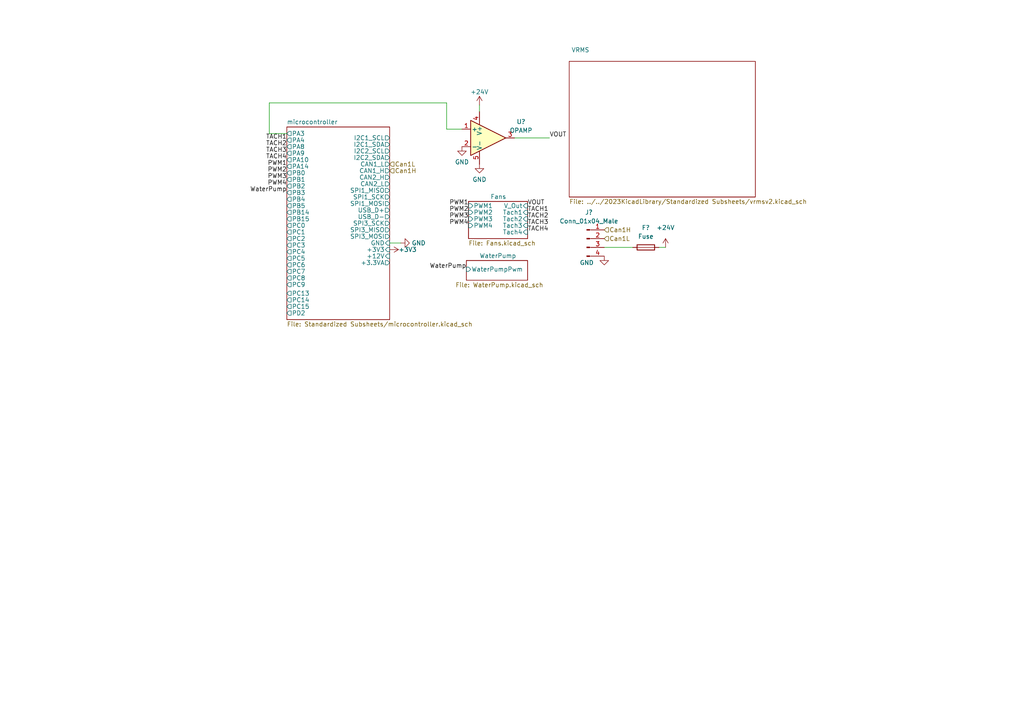
<source format=kicad_sch>
(kicad_sch (version 20211123) (generator eeschema)

  (uuid 2b741c4a-8bae-4374-993b-f293778dc7bd)

  (paper "A4")

  (lib_symbols
    (symbol "Connector:Conn_01x04_Male" (pin_names (offset 1.016) hide) (in_bom yes) (on_board yes)
      (property "Reference" "J" (id 0) (at 0 5.08 0)
        (effects (font (size 1.27 1.27)))
      )
      (property "Value" "Conn_01x04_Male" (id 1) (at 0 -7.62 0)
        (effects (font (size 1.27 1.27)))
      )
      (property "Footprint" "" (id 2) (at 0 0 0)
        (effects (font (size 1.27 1.27)) hide)
      )
      (property "Datasheet" "~" (id 3) (at 0 0 0)
        (effects (font (size 1.27 1.27)) hide)
      )
      (property "ki_keywords" "connector" (id 4) (at 0 0 0)
        (effects (font (size 1.27 1.27)) hide)
      )
      (property "ki_description" "Generic connector, single row, 01x04, script generated (kicad-library-utils/schlib/autogen/connector/)" (id 5) (at 0 0 0)
        (effects (font (size 1.27 1.27)) hide)
      )
      (property "ki_fp_filters" "Connector*:*_1x??_*" (id 6) (at 0 0 0)
        (effects (font (size 1.27 1.27)) hide)
      )
      (symbol "Conn_01x04_Male_1_1"
        (polyline
          (pts
            (xy 1.27 -5.08)
            (xy 0.8636 -5.08)
          )
          (stroke (width 0.1524) (type default) (color 0 0 0 0))
          (fill (type none))
        )
        (polyline
          (pts
            (xy 1.27 -2.54)
            (xy 0.8636 -2.54)
          )
          (stroke (width 0.1524) (type default) (color 0 0 0 0))
          (fill (type none))
        )
        (polyline
          (pts
            (xy 1.27 0)
            (xy 0.8636 0)
          )
          (stroke (width 0.1524) (type default) (color 0 0 0 0))
          (fill (type none))
        )
        (polyline
          (pts
            (xy 1.27 2.54)
            (xy 0.8636 2.54)
          )
          (stroke (width 0.1524) (type default) (color 0 0 0 0))
          (fill (type none))
        )
        (rectangle (start 0.8636 -4.953) (end 0 -5.207)
          (stroke (width 0.1524) (type default) (color 0 0 0 0))
          (fill (type outline))
        )
        (rectangle (start 0.8636 -2.413) (end 0 -2.667)
          (stroke (width 0.1524) (type default) (color 0 0 0 0))
          (fill (type outline))
        )
        (rectangle (start 0.8636 0.127) (end 0 -0.127)
          (stroke (width 0.1524) (type default) (color 0 0 0 0))
          (fill (type outline))
        )
        (rectangle (start 0.8636 2.667) (end 0 2.413)
          (stroke (width 0.1524) (type default) (color 0 0 0 0))
          (fill (type outline))
        )
        (pin passive line (at 5.08 2.54 180) (length 3.81)
          (name "Pin_1" (effects (font (size 1.27 1.27))))
          (number "1" (effects (font (size 1.27 1.27))))
        )
        (pin passive line (at 5.08 0 180) (length 3.81)
          (name "Pin_2" (effects (font (size 1.27 1.27))))
          (number "2" (effects (font (size 1.27 1.27))))
        )
        (pin passive line (at 5.08 -2.54 180) (length 3.81)
          (name "Pin_3" (effects (font (size 1.27 1.27))))
          (number "3" (effects (font (size 1.27 1.27))))
        )
        (pin passive line (at 5.08 -5.08 180) (length 3.81)
          (name "Pin_4" (effects (font (size 1.27 1.27))))
          (number "4" (effects (font (size 1.27 1.27))))
        )
      )
    )
    (symbol "Device:Fuse" (pin_numbers hide) (pin_names (offset 0)) (in_bom yes) (on_board yes)
      (property "Reference" "F" (id 0) (at 2.032 0 90)
        (effects (font (size 1.27 1.27)))
      )
      (property "Value" "Fuse" (id 1) (at -1.905 0 90)
        (effects (font (size 1.27 1.27)))
      )
      (property "Footprint" "" (id 2) (at -1.778 0 90)
        (effects (font (size 1.27 1.27)) hide)
      )
      (property "Datasheet" "~" (id 3) (at 0 0 0)
        (effects (font (size 1.27 1.27)) hide)
      )
      (property "ki_keywords" "fuse" (id 4) (at 0 0 0)
        (effects (font (size 1.27 1.27)) hide)
      )
      (property "ki_description" "Fuse" (id 5) (at 0 0 0)
        (effects (font (size 1.27 1.27)) hide)
      )
      (property "ki_fp_filters" "*Fuse*" (id 6) (at 0 0 0)
        (effects (font (size 1.27 1.27)) hide)
      )
      (symbol "Fuse_0_1"
        (rectangle (start -0.762 -2.54) (end 0.762 2.54)
          (stroke (width 0.254) (type default) (color 0 0 0 0))
          (fill (type none))
        )
        (polyline
          (pts
            (xy 0 2.54)
            (xy 0 -2.54)
          )
          (stroke (width 0) (type default) (color 0 0 0 0))
          (fill (type none))
        )
      )
      (symbol "Fuse_1_1"
        (pin passive line (at 0 3.81 270) (length 1.27)
          (name "~" (effects (font (size 1.27 1.27))))
          (number "1" (effects (font (size 1.27 1.27))))
        )
        (pin passive line (at 0 -3.81 90) (length 1.27)
          (name "~" (effects (font (size 1.27 1.27))))
          (number "2" (effects (font (size 1.27 1.27))))
        )
      )
    )
    (symbol "power:+24V" (power) (pin_names (offset 0)) (in_bom yes) (on_board yes)
      (property "Reference" "#PWR" (id 0) (at 0 -3.81 0)
        (effects (font (size 1.27 1.27)) hide)
      )
      (property "Value" "+24V" (id 1) (at 0 3.556 0)
        (effects (font (size 1.27 1.27)))
      )
      (property "Footprint" "" (id 2) (at 0 0 0)
        (effects (font (size 1.27 1.27)) hide)
      )
      (property "Datasheet" "" (id 3) (at 0 0 0)
        (effects (font (size 1.27 1.27)) hide)
      )
      (property "ki_keywords" "power-flag" (id 4) (at 0 0 0)
        (effects (font (size 1.27 1.27)) hide)
      )
      (property "ki_description" "Power symbol creates a global label with name \"+24V\"" (id 5) (at 0 0 0)
        (effects (font (size 1.27 1.27)) hide)
      )
      (symbol "+24V_0_1"
        (polyline
          (pts
            (xy -0.762 1.27)
            (xy 0 2.54)
          )
          (stroke (width 0) (type default) (color 0 0 0 0))
          (fill (type none))
        )
        (polyline
          (pts
            (xy 0 0)
            (xy 0 2.54)
          )
          (stroke (width 0) (type default) (color 0 0 0 0))
          (fill (type none))
        )
        (polyline
          (pts
            (xy 0 2.54)
            (xy 0.762 1.27)
          )
          (stroke (width 0) (type default) (color 0 0 0 0))
          (fill (type none))
        )
      )
      (symbol "+24V_1_1"
        (pin power_in line (at 0 0 90) (length 0) hide
          (name "+24V" (effects (font (size 1.27 1.27))))
          (number "1" (effects (font (size 1.27 1.27))))
        )
      )
    )
    (symbol "power:+3V3" (power) (pin_names (offset 0)) (in_bom yes) (on_board yes)
      (property "Reference" "#PWR" (id 0) (at 0 -3.81 0)
        (effects (font (size 1.27 1.27)) hide)
      )
      (property "Value" "+3V3" (id 1) (at 0 3.556 0)
        (effects (font (size 1.27 1.27)))
      )
      (property "Footprint" "" (id 2) (at 0 0 0)
        (effects (font (size 1.27 1.27)) hide)
      )
      (property "Datasheet" "" (id 3) (at 0 0 0)
        (effects (font (size 1.27 1.27)) hide)
      )
      (property "ki_keywords" "power-flag" (id 4) (at 0 0 0)
        (effects (font (size 1.27 1.27)) hide)
      )
      (property "ki_description" "Power symbol creates a global label with name \"+3V3\"" (id 5) (at 0 0 0)
        (effects (font (size 1.27 1.27)) hide)
      )
      (symbol "+3V3_0_1"
        (polyline
          (pts
            (xy -0.762 1.27)
            (xy 0 2.54)
          )
          (stroke (width 0) (type default) (color 0 0 0 0))
          (fill (type none))
        )
        (polyline
          (pts
            (xy 0 0)
            (xy 0 2.54)
          )
          (stroke (width 0) (type default) (color 0 0 0 0))
          (fill (type none))
        )
        (polyline
          (pts
            (xy 0 2.54)
            (xy 0.762 1.27)
          )
          (stroke (width 0) (type default) (color 0 0 0 0))
          (fill (type none))
        )
      )
      (symbol "+3V3_1_1"
        (pin power_in line (at 0 0 90) (length 0) hide
          (name "+3V3" (effects (font (size 1.27 1.27))))
          (number "1" (effects (font (size 1.27 1.27))))
        )
      )
    )
    (symbol "power:GND" (power) (pin_names (offset 0)) (in_bom yes) (on_board yes)
      (property "Reference" "#PWR" (id 0) (at 0 -6.35 0)
        (effects (font (size 1.27 1.27)) hide)
      )
      (property "Value" "GND" (id 1) (at 0 -3.81 0)
        (effects (font (size 1.27 1.27)))
      )
      (property "Footprint" "" (id 2) (at 0 0 0)
        (effects (font (size 1.27 1.27)) hide)
      )
      (property "Datasheet" "" (id 3) (at 0 0 0)
        (effects (font (size 1.27 1.27)) hide)
      )
      (property "ki_keywords" "power-flag" (id 4) (at 0 0 0)
        (effects (font (size 1.27 1.27)) hide)
      )
      (property "ki_description" "Power symbol creates a global label with name \"GND\" , ground" (id 5) (at 0 0 0)
        (effects (font (size 1.27 1.27)) hide)
      )
      (symbol "GND_0_1"
        (polyline
          (pts
            (xy 0 0)
            (xy 0 -1.27)
            (xy 1.27 -1.27)
            (xy 0 -2.54)
            (xy -1.27 -1.27)
            (xy 0 -1.27)
          )
          (stroke (width 0) (type default) (color 0 0 0 0))
          (fill (type none))
        )
      )
      (symbol "GND_1_1"
        (pin power_in line (at 0 0 270) (length 0) hide
          (name "GND" (effects (font (size 1.27 1.27))))
          (number "1" (effects (font (size 1.27 1.27))))
        )
      )
    )
    (symbol "pspice:OPAMP" (pin_names (offset 0.254)) (in_bom yes) (on_board yes)
      (property "Reference" "U" (id 0) (at 3.81 3.175 0)
        (effects (font (size 1.27 1.27)) (justify left))
      )
      (property "Value" "OPAMP" (id 1) (at 3.81 -3.175 0)
        (effects (font (size 1.27 1.27)) (justify left))
      )
      (property "Footprint" "" (id 2) (at 0 0 0)
        (effects (font (size 1.27 1.27)) hide)
      )
      (property "Datasheet" "~" (id 3) (at 0 0 0)
        (effects (font (size 1.27 1.27)) hide)
      )
      (property "ki_keywords" "simulation" (id 4) (at 0 0 0)
        (effects (font (size 1.27 1.27)) hide)
      )
      (property "ki_description" "OPAmp symbol for simulation only" (id 5) (at 0 0 0)
        (effects (font (size 1.27 1.27)) hide)
      )
      (symbol "OPAMP_0_1"
        (polyline
          (pts
            (xy 5.08 0)
            (xy -5.08 5.08)
            (xy -5.08 -5.08)
            (xy 5.08 0)
          )
          (stroke (width 0.254) (type default) (color 0 0 0 0))
          (fill (type background))
        )
      )
      (symbol "OPAMP_1_1"
        (pin input line (at -7.62 2.54 0) (length 2.54)
          (name "+" (effects (font (size 1.27 1.27))))
          (number "1" (effects (font (size 1.27 1.27))))
        )
        (pin input line (at -7.62 -2.54 0) (length 2.54)
          (name "-" (effects (font (size 1.27 1.27))))
          (number "2" (effects (font (size 1.27 1.27))))
        )
        (pin output line (at 7.62 0 180) (length 2.54)
          (name "~" (effects (font (size 1.27 1.27))))
          (number "3" (effects (font (size 1.27 1.27))))
        )
        (pin power_in line (at -2.54 7.62 270) (length 3.81)
          (name "V+" (effects (font (size 1.27 1.27))))
          (number "4" (effects (font (size 1.27 1.27))))
        )
        (pin power_in line (at -2.54 -7.62 90) (length 3.81)
          (name "V-" (effects (font (size 1.27 1.27))))
          (number "5" (effects (font (size 1.27 1.27))))
        )
      )
    )
  )


  (wire (pts (xy 149.225 40.005) (xy 159.385 40.005))
    (stroke (width 0) (type default) (color 0 0 0 0))
    (uuid 084d6337-1f84-4ea3-aca4-7af19d6cc333)
  )
  (wire (pts (xy 183.515 71.755) (xy 175.26 71.755))
    (stroke (width 0) (type default) (color 0 0 0 0))
    (uuid 12ca487d-1025-49ca-8ff7-325514f6edfb)
  )
  (wire (pts (xy 78.105 38.735) (xy 83.185 38.735))
    (stroke (width 0) (type default) (color 0 0 0 0))
    (uuid 29263af1-d035-4d4a-b220-9fb1adc011be)
  )
  (wire (pts (xy 139.065 30.48) (xy 139.065 32.385))
    (stroke (width 0) (type default) (color 0 0 0 0))
    (uuid 311bddb5-9d19-4fdf-99f4-d78799f5a5ac)
  )
  (wire (pts (xy 116.205 70.485) (xy 113.03 70.485))
    (stroke (width 0) (type default) (color 0 0 0 0))
    (uuid 52789f50-a5e8-478c-91c5-c45eaf607b55)
  )
  (wire (pts (xy 133.985 37.465) (xy 129.54 37.465))
    (stroke (width 0) (type default) (color 0 0 0 0))
    (uuid a2d72782-e95c-4d9b-a097-43b19314ac8a)
  )
  (wire (pts (xy 129.54 37.465) (xy 129.54 29.845))
    (stroke (width 0) (type default) (color 0 0 0 0))
    (uuid c853550f-cf78-490f-9a66-503460f295df)
  )
  (wire (pts (xy 193.04 71.755) (xy 191.135 71.755))
    (stroke (width 0) (type default) (color 0 0 0 0))
    (uuid e7be3698-8aa5-4fca-8962-f0a8b1fde4e0)
  )
  (wire (pts (xy 78.105 29.845) (xy 129.54 29.845))
    (stroke (width 0) (type default) (color 0 0 0 0))
    (uuid ee5bdaa3-9ae5-4939-b753-133f87ff0dfd)
  )
  (wire (pts (xy 78.105 29.845) (xy 78.105 38.735))
    (stroke (width 0) (type default) (color 0 0 0 0))
    (uuid f261d8b1-8b8b-4a51-94dc-6a89a913aa47)
  )

  (label "TACH4" (at 153.035 67.31 0)
    (effects (font (size 1.27 1.27)) (justify left bottom))
    (uuid 015ad2e8-0cec-438d-bc2e-405610d42ce6)
  )
  (label "WaterPump" (at 135.255 78.105 180)
    (effects (font (size 1.27 1.27)) (justify right bottom))
    (uuid 0226f817-b66f-48d5-95da-3cf1337fb68d)
  )
  (label "TACH2" (at 83.185 42.545 180)
    (effects (font (size 1.27 1.27)) (justify right bottom))
    (uuid 0417f8ba-3f29-4320-9d2d-d5e2bf4a60c4)
  )
  (label "TACH2" (at 153.035 63.5 0)
    (effects (font (size 1.27 1.27)) (justify left bottom))
    (uuid 0a7affd7-9ad3-42df-acb9-f1be83b52c9b)
  )
  (label "TACH3" (at 83.185 44.45 180)
    (effects (font (size 1.27 1.27)) (justify right bottom))
    (uuid 1820cf64-640f-4556-b164-ecccdf6aff91)
  )
  (label "VOUT" (at 153.035 59.69 0)
    (effects (font (size 1.27 1.27)) (justify left bottom))
    (uuid 1faa25be-d877-4f47-b941-ee6667a70d7b)
  )
  (label "PWM3" (at 83.185 52.07 180)
    (effects (font (size 1.27 1.27)) (justify right bottom))
    (uuid 211a4851-d3cd-40b2-b602-71f10885a5a4)
  )
  (label "PWM2" (at 83.185 50.165 180)
    (effects (font (size 1.27 1.27)) (justify right bottom))
    (uuid 31baf1db-95fa-4019-bee1-a5b5cfd37c0f)
  )
  (label "PWM4" (at 83.185 53.975 180)
    (effects (font (size 1.27 1.27)) (justify right bottom))
    (uuid 431b2007-557e-4328-9898-8daab9aa2bf2)
  )
  (label "PWM4" (at 135.89 65.405 180)
    (effects (font (size 1.27 1.27)) (justify right bottom))
    (uuid 4ded6587-b18b-4044-bc6d-fdc4197ef861)
  )
  (label "TACH1" (at 83.185 40.64 180)
    (effects (font (size 1.27 1.27)) (justify right bottom))
    (uuid 5166de54-213f-44e3-8036-3979fc0fce40)
  )
  (label "TACH3" (at 153.035 65.405 0)
    (effects (font (size 1.27 1.27)) (justify left bottom))
    (uuid 52890584-044e-47c7-b1b5-fd0bfa1abd0f)
  )
  (label "WaterPump" (at 83.185 55.88 180)
    (effects (font (size 1.27 1.27)) (justify right bottom))
    (uuid 54ef8308-d46a-464b-b82e-9816b4a1a325)
  )
  (label "TACH4" (at 83.185 46.355 180)
    (effects (font (size 1.27 1.27)) (justify right bottom))
    (uuid 7f6d1d4c-03c9-4467-bdc9-73d2f0ba50b6)
  )
  (label "PWM1" (at 135.89 59.69 180)
    (effects (font (size 1.27 1.27)) (justify right bottom))
    (uuid 88338728-afe7-428d-ad0b-7693eaf1cd52)
  )
  (label "PWM3" (at 135.89 63.5 180)
    (effects (font (size 1.27 1.27)) (justify right bottom))
    (uuid c12267da-e05b-456a-b917-9a7728a0256d)
  )
  (label "TACH1" (at 153.035 61.595 0)
    (effects (font (size 1.27 1.27)) (justify left bottom))
    (uuid d3f27203-f604-47ec-92cf-08e6f1282800)
  )
  (label "PWM2" (at 135.89 61.595 180)
    (effects (font (size 1.27 1.27)) (justify right bottom))
    (uuid d8df8232-4c57-4c28-b2dc-0856820e05cd)
  )
  (label "PWM1" (at 83.185 48.26 180)
    (effects (font (size 1.27 1.27)) (justify right bottom))
    (uuid ea0e75e0-fb99-4c7f-9c6b-7906a383d057)
  )
  (label "VOUT" (at 159.385 40.005 0)
    (effects (font (size 1.27 1.27)) (justify left bottom))
    (uuid f6affa31-1044-45ca-9148-08be8f65f5ab)
  )

  (hierarchical_label "Can1L" (shape input) (at 113.03 47.625 0)
    (effects (font (size 1.27 1.27)) (justify left))
    (uuid 70710f7b-8b1e-4a40-8512-886eacdd69be)
  )
  (hierarchical_label "Can1H" (shape input) (at 175.26 66.675 0)
    (effects (font (size 1.27 1.27)) (justify left))
    (uuid a4a888ef-ee53-4680-855f-4fecab55eed8)
  )
  (hierarchical_label "Can1H" (shape input) (at 113.03 49.53 0)
    (effects (font (size 1.27 1.27)) (justify left))
    (uuid b84d6914-b88b-49ff-9aa4-0a3d9a8000c8)
  )
  (hierarchical_label "Can1L" (shape input) (at 175.26 69.215 0)
    (effects (font (size 1.27 1.27)) (justify left))
    (uuid ea0c84fa-6d68-4613-a42c-0f45693c95e2)
  )

  (symbol (lib_id "Connector:Conn_01x04_Male") (at 170.18 69.215 0) (unit 1)
    (in_bom yes) (on_board yes) (fields_autoplaced)
    (uuid 110ff559-095b-4f01-9784-2d9890b92c9a)
    (property "Reference" "J?" (id 0) (at 170.815 61.595 0))
    (property "Value" "Conn_01x04_Male" (id 1) (at 170.815 64.135 0))
    (property "Footprint" "" (id 2) (at 170.18 69.215 0)
      (effects (font (size 1.27 1.27)) hide)
    )
    (property "Datasheet" "~" (id 3) (at 170.18 69.215 0)
      (effects (font (size 1.27 1.27)) hide)
    )
    (pin "1" (uuid 9d14c0e5-afeb-42b2-8689-ae1f3b2cccf3))
    (pin "2" (uuid bde8344e-bfe8-49bf-8846-91a52b3bccf2))
    (pin "3" (uuid e3cdf59d-3c95-4e4f-98b4-ee06d58db94b))
    (pin "4" (uuid 83f30752-e55f-4fe3-87da-0501dd7e1521))
  )

  (symbol (lib_id "power:+3V3") (at 113.03 72.39 270) (unit 1)
    (in_bom yes) (on_board yes)
    (uuid 28c09176-4a1e-4fcd-a04d-91adcab041bb)
    (property "Reference" "#PWR?" (id 0) (at 109.22 72.39 0)
      (effects (font (size 1.27 1.27)) hide)
    )
    (property "Value" "+3V3" (id 1) (at 115.57 72.39 90)
      (effects (font (size 1.27 1.27)) (justify left))
    )
    (property "Footprint" "" (id 2) (at 113.03 72.39 0)
      (effects (font (size 1.27 1.27)) hide)
    )
    (property "Datasheet" "" (id 3) (at 113.03 72.39 0)
      (effects (font (size 1.27 1.27)) hide)
    )
    (pin "1" (uuid a15b2fc5-816d-4ad5-b375-dfd31d690214))
  )

  (symbol (lib_id "power:+24V") (at 193.04 71.755 0) (unit 1)
    (in_bom yes) (on_board yes) (fields_autoplaced)
    (uuid 3125c735-1587-4992-ad89-91fe45ef8769)
    (property "Reference" "#PWR?" (id 0) (at 193.04 75.565 0)
      (effects (font (size 1.27 1.27)) hide)
    )
    (property "Value" "+24V" (id 1) (at 193.04 66.04 0))
    (property "Footprint" "" (id 2) (at 193.04 71.755 0)
      (effects (font (size 1.27 1.27)) hide)
    )
    (property "Datasheet" "" (id 3) (at 193.04 71.755 0)
      (effects (font (size 1.27 1.27)) hide)
    )
    (pin "1" (uuid b0d2f4ea-d17c-4a76-ab8a-d2bfd9212faa))
  )

  (symbol (lib_id "power:GND") (at 175.26 74.295 0) (unit 1)
    (in_bom yes) (on_board yes)
    (uuid 34daddcc-d2ad-41f2-9183-2db7f0d4b917)
    (property "Reference" "#PWR?" (id 0) (at 175.26 80.645 0)
      (effects (font (size 1.27 1.27)) hide)
    )
    (property "Value" "GND" (id 1) (at 170.18 76.2 0))
    (property "Footprint" "" (id 2) (at 175.26 74.295 0)
      (effects (font (size 1.27 1.27)) hide)
    )
    (property "Datasheet" "" (id 3) (at 175.26 74.295 0)
      (effects (font (size 1.27 1.27)) hide)
    )
    (pin "1" (uuid d763bfbd-70b4-4d5a-89c4-e88876692331))
  )

  (symbol (lib_id "pspice:OPAMP") (at 141.605 40.005 0) (unit 1)
    (in_bom yes) (on_board yes) (fields_autoplaced)
    (uuid 387813d4-703b-41f1-b63e-50a8491a2e72)
    (property "Reference" "U?" (id 0) (at 151.13 35.306 0))
    (property "Value" "OPAMP" (id 1) (at 151.13 37.846 0))
    (property "Footprint" "" (id 2) (at 141.605 40.005 0)
      (effects (font (size 1.27 1.27)) hide)
    )
    (property "Datasheet" "~" (id 3) (at 141.605 40.005 0)
      (effects (font (size 1.27 1.27)) hide)
    )
    (pin "1" (uuid 4e54b3ea-0ece-4da2-ac54-c139ddbdeafb))
    (pin "2" (uuid c7dee859-e9e6-463a-8b0f-1ad90cbfcfa5))
    (pin "3" (uuid c89142e6-552d-4fff-aebd-0d74e3eacb5f))
    (pin "4" (uuid 67bedc44-5189-4928-a4b6-ad41d0eb5826))
    (pin "5" (uuid 29ef7d9c-c20e-4d82-916c-c47ae9e0ff77))
  )

  (symbol (lib_id "power:+24V") (at 139.065 30.48 0) (unit 1)
    (in_bom yes) (on_board yes)
    (uuid 39f33b60-6017-427e-89f7-d42d55d0e6f7)
    (property "Reference" "#PWR?" (id 0) (at 139.065 34.29 0)
      (effects (font (size 1.27 1.27)) hide)
    )
    (property "Value" "+24V" (id 1) (at 139.065 26.67 0))
    (property "Footprint" "" (id 2) (at 139.065 30.48 0)
      (effects (font (size 1.27 1.27)) hide)
    )
    (property "Datasheet" "" (id 3) (at 139.065 30.48 0)
      (effects (font (size 1.27 1.27)) hide)
    )
    (pin "1" (uuid 80310d70-7615-488f-b5b0-886d6365b243))
  )

  (symbol (lib_id "Device:Fuse") (at 187.325 71.755 90) (unit 1)
    (in_bom yes) (on_board yes) (fields_autoplaced)
    (uuid 6b046bb3-2660-481a-879b-8d433ed6c71b)
    (property "Reference" "F?" (id 0) (at 187.325 66.04 90))
    (property "Value" "Fuse" (id 1) (at 187.325 68.58 90))
    (property "Footprint" "" (id 2) (at 187.325 73.533 90)
      (effects (font (size 1.27 1.27)) hide)
    )
    (property "Datasheet" "~" (id 3) (at 187.325 71.755 0)
      (effects (font (size 1.27 1.27)) hide)
    )
    (pin "1" (uuid 5d1609a6-8766-4383-a47a-ad1dd88c3be4))
    (pin "2" (uuid 986cd5c4-1301-4e67-abd5-3fc2196e851e))
  )

  (symbol (lib_id "power:GND") (at 139.065 47.625 0) (unit 1)
    (in_bom yes) (on_board yes) (fields_autoplaced)
    (uuid cef4b8ab-1ef4-45c3-b17d-d498211104eb)
    (property "Reference" "#PWR?" (id 0) (at 139.065 53.975 0)
      (effects (font (size 1.27 1.27)) hide)
    )
    (property "Value" "GND" (id 1) (at 139.065 52.07 0))
    (property "Footprint" "" (id 2) (at 139.065 47.625 0)
      (effects (font (size 1.27 1.27)) hide)
    )
    (property "Datasheet" "" (id 3) (at 139.065 47.625 0)
      (effects (font (size 1.27 1.27)) hide)
    )
    (pin "1" (uuid 2f07501a-0279-4b75-a5d0-f13e6449cf07))
  )

  (symbol (lib_id "power:GND") (at 133.985 42.545 0) (unit 1)
    (in_bom yes) (on_board yes) (fields_autoplaced)
    (uuid db19326b-9534-4cf8-bf13-dd578682d2f6)
    (property "Reference" "#PWR?" (id 0) (at 133.985 48.895 0)
      (effects (font (size 1.27 1.27)) hide)
    )
    (property "Value" "GND" (id 1) (at 133.985 46.99 0))
    (property "Footprint" "" (id 2) (at 133.985 42.545 0)
      (effects (font (size 1.27 1.27)) hide)
    )
    (property "Datasheet" "" (id 3) (at 133.985 42.545 0)
      (effects (font (size 1.27 1.27)) hide)
    )
    (pin "1" (uuid 86bf9c5d-129f-4e8d-9144-1e0b84ed735e))
  )

  (symbol (lib_id "power:GND") (at 116.205 70.485 90) (unit 1)
    (in_bom yes) (on_board yes) (fields_autoplaced)
    (uuid eb296388-776f-472e-a1cb-3041ed2bbbdf)
    (property "Reference" "#PWR?" (id 0) (at 122.555 70.485 0)
      (effects (font (size 1.27 1.27)) hide)
    )
    (property "Value" "GND" (id 1) (at 119.38 70.4849 90)
      (effects (font (size 1.27 1.27)) (justify right))
    )
    (property "Footprint" "" (id 2) (at 116.205 70.485 0)
      (effects (font (size 1.27 1.27)) hide)
    )
    (property "Datasheet" "" (id 3) (at 116.205 70.485 0)
      (effects (font (size 1.27 1.27)) hide)
    )
    (pin "1" (uuid c42af715-cb43-4c96-958f-f766555fe4f9))
  )

  (sheet (at 135.255 75.565) (size 17.78 5.715)
    (stroke (width 0.1524) (type solid) (color 0 0 0 0))
    (fill (color 0 0 0 0.0000))
    (uuid 2b4bf7f4-845a-4b4f-9989-34e8a053d715)
    (property "Sheet name" "WaterPump" (id 0) (at 139.065 74.93 0)
      (effects (font (size 1.27 1.27)) (justify left bottom))
    )
    (property "Sheet file" "WaterPump.kicad_sch" (id 1) (at 132.08 81.915 0)
      (effects (font (size 1.27 1.27)) (justify left top))
    )
    (pin "WaterPumpPwm" input (at 135.255 78.105 180)
      (effects (font (size 1.27 1.27)) (justify left))
      (uuid 4a94384b-ad80-4c7b-bbdd-cae66e65e0e6)
    )
  )

  (sheet (at 135.89 58.42) (size 17.145 10.795)
    (stroke (width 0.1524) (type solid) (color 0 0 0 0))
    (fill (color 0 0 0 0.0000))
    (uuid 6bd8a032-1c72-4902-8002-1ca58c3a8dfe)
    (property "Sheet name" "Fans" (id 0) (at 142.24 57.785 0)
      (effects (font (size 1.27 1.27)) (justify left bottom))
    )
    (property "Sheet file" "Fans.kicad_sch" (id 1) (at 135.89 69.7996 0)
      (effects (font (size 1.27 1.27)) (justify left top))
    )
    (pin "PWM2" input (at 135.89 61.595 180)
      (effects (font (size 1.27 1.27)) (justify left))
      (uuid 5da57887-6a44-4dcb-bafc-05cb968e30b1)
    )
    (pin "V_Out" input (at 153.035 59.69 0)
      (effects (font (size 1.27 1.27)) (justify right))
      (uuid 2ea9f4f4-fb4c-4d70-81cb-54644a1cd3c2)
    )
    (pin "PWM4" input (at 135.89 65.405 180)
      (effects (font (size 1.27 1.27)) (justify left))
      (uuid b3876252-6ea2-4452-88e8-0cbc9a4bcf93)
    )
    (pin "Tach2" input (at 153.035 63.5 0)
      (effects (font (size 1.27 1.27)) (justify right))
      (uuid 0b2a524b-6cad-46b0-96b6-b5f2f8f7a408)
    )
    (pin "PWM3" input (at 135.89 63.5 180)
      (effects (font (size 1.27 1.27)) (justify left))
      (uuid a96d28b3-da80-48c9-85fc-02962ec81868)
    )
    (pin "Tach1" input (at 153.035 61.595 0)
      (effects (font (size 1.27 1.27)) (justify right))
      (uuid 9fe8be5e-98a8-49f2-9198-48efaf9c8657)
    )
    (pin "Tach3" input (at 153.035 65.405 0)
      (effects (font (size 1.27 1.27)) (justify right))
      (uuid 0c8a65c4-bb93-4b9b-ac97-e8f216c4dd3f)
    )
    (pin "PWM1" input (at 135.89 59.69 180)
      (effects (font (size 1.27 1.27)) (justify left))
      (uuid 0020a9dd-d525-4e81-91ff-3add1aa3b209)
    )
    (pin "Tach4" input (at 153.035 67.31 0)
      (effects (font (size 1.27 1.27)) (justify right))
      (uuid ca84db76-4274-42ea-831a-2a2729170724)
    )
  )

  (sheet (at 83.185 36.83) (size 29.845 55.88) (fields_autoplaced)
    (stroke (width 0.1524) (type solid) (color 0 0 0 0))
    (fill (color 0 0 0 0.0000))
    (uuid 727bcd10-a897-4d14-b043-ea15583b0f19)
    (property "Sheet name" "microcontroller" (id 0) (at 83.185 36.1184 0)
      (effects (font (size 1.27 1.27)) (justify left bottom))
    )
    (property "Sheet file" "Standardized Subsheets/microcontroller.kicad_sch" (id 1) (at 83.185 93.2946 0)
      (effects (font (size 1.27 1.27)) (justify left top))
    )
    (pin "PB4" output (at 83.185 57.785 180)
      (effects (font (size 1.27 1.27)) (justify left))
      (uuid c1271d45-ef45-4247-9361-f5c806668abc)
    )
    (pin "PB15" output (at 83.185 63.5 180)
      (effects (font (size 1.27 1.27)) (justify left))
      (uuid b84b34c0-bb1a-4f7e-85ae-3b809ce47110)
    )
    (pin "PB14" output (at 83.185 61.595 180)
      (effects (font (size 1.27 1.27)) (justify left))
      (uuid c593d8f6-056b-4232-a17c-cb4f30b66943)
    )
    (pin "PC0" output (at 83.185 65.405 180)
      (effects (font (size 1.27 1.27)) (justify left))
      (uuid 36ba6311-be7e-4719-b030-a6bb040c14ad)
    )
    (pin "PC2" output (at 83.185 69.215 180)
      (effects (font (size 1.27 1.27)) (justify left))
      (uuid 45750451-e009-412b-87ed-d1d5832bbc44)
    )
    (pin "PD2" output (at 83.185 90.805 180)
      (effects (font (size 1.27 1.27)) (justify left))
      (uuid e3ce22a7-1f94-4241-b680-c011126937f6)
    )
    (pin "PC3" output (at 83.185 71.12 180)
      (effects (font (size 1.27 1.27)) (justify left))
      (uuid d34426e1-1250-41dd-9ab4-c5e2a78c13cf)
    )
    (pin "PC1" output (at 83.185 67.31 180)
      (effects (font (size 1.27 1.27)) (justify left))
      (uuid 1aaae9d8-ea81-40e6-be00-2c21932b399e)
    )
    (pin "PC6" output (at 83.185 76.835 180)
      (effects (font (size 1.27 1.27)) (justify left))
      (uuid 1c6d1479-3a5c-4efd-a18a-579dc3f3cff5)
    )
    (pin "PC7" output (at 83.185 78.74 180)
      (effects (font (size 1.27 1.27)) (justify left))
      (uuid 3ba0fda7-c24a-498b-932a-e74b8dc6a5d3)
    )
    (pin "PC5" output (at 83.185 74.93 180)
      (effects (font (size 1.27 1.27)) (justify left))
      (uuid f1cf56a5-fc83-4afd-ab41-398cad424deb)
    )
    (pin "PC9" output (at 83.185 82.55 180)
      (effects (font (size 1.27 1.27)) (justify left))
      (uuid 646ff4ee-ae86-4f26-b83b-286be8f3b64e)
    )
    (pin "PC8" output (at 83.185 80.645 180)
      (effects (font (size 1.27 1.27)) (justify left))
      (uuid db7a512d-44f9-437a-bbf5-f9336df53926)
    )
    (pin "PC4" output (at 83.185 73.025 180)
      (effects (font (size 1.27 1.27)) (justify left))
      (uuid 3c2f5118-e836-440c-bf4b-be5e68247808)
    )
    (pin "SPI3_SCK" output (at 113.03 64.77 0)
      (effects (font (size 1.27 1.27)) (justify right))
      (uuid ac4e6808-62b0-4930-81f2-c7c0fa95496b)
    )
    (pin "SPI3_MISO" output (at 113.03 66.675 0)
      (effects (font (size 1.27 1.27)) (justify right))
      (uuid a84bd103-145d-484d-a503-e0c22651018a)
    )
    (pin "PC15" output (at 83.185 88.9 180)
      (effects (font (size 1.27 1.27)) (justify left))
      (uuid d70174dc-7553-4513-baf8-e7185195eee3)
    )
    (pin "PC13" output (at 83.185 85.09 180)
      (effects (font (size 1.27 1.27)) (justify left))
      (uuid d2f7cc5e-b8c9-4524-a242-f9f16e89f7dd)
    )
    (pin "PC14" output (at 83.185 86.995 180)
      (effects (font (size 1.27 1.27)) (justify left))
      (uuid 7e65b2a2-a31a-4020-847f-3b2a83c0ce41)
    )
    (pin "SPI3_MOSI" output (at 113.03 68.58 0)
      (effects (font (size 1.27 1.27)) (justify right))
      (uuid b39e1a3c-d0b1-4fd7-860b-9cf415fc01ed)
    )
    (pin "PB0" output (at 83.185 50.165 180)
      (effects (font (size 1.27 1.27)) (justify left))
      (uuid 57bcbe86-7b27-4daf-a282-5e60c2018e0e)
    )
    (pin "PB2" output (at 83.185 53.975 180)
      (effects (font (size 1.27 1.27)) (justify left))
      (uuid 397106c1-b6a2-4314-a48b-7f6ffabbc3cc)
    )
    (pin "PA14" output (at 83.185 48.26 180)
      (effects (font (size 1.27 1.27)) (justify left))
      (uuid 0ba1c070-433f-4d44-94c6-131de34b7284)
    )
    (pin "PB1" output (at 83.185 52.07 180)
      (effects (font (size 1.27 1.27)) (justify left))
      (uuid 62754f85-3ccc-4c87-ac86-c6b1b95c71e0)
    )
    (pin "PB3" output (at 83.185 55.88 180)
      (effects (font (size 1.27 1.27)) (justify left))
      (uuid 5a311e86-d784-476b-9da9-26dd9034b6b8)
    )
    (pin "PA3" output (at 83.185 38.735 180)
      (effects (font (size 1.27 1.27)) (justify left))
      (uuid 634d5d92-00ff-4ac2-9243-2dd98308f027)
    )
    (pin "PB5" output (at 83.185 59.69 180)
      (effects (font (size 1.27 1.27)) (justify left))
      (uuid 6720b3ea-c9a4-4a6c-b92e-713c9a58d88b)
    )
    (pin "USB_D-" output (at 113.03 62.865 0)
      (effects (font (size 1.27 1.27)) (justify right))
      (uuid ccd985b9-2496-475f-92c0-edd3b9fe01c8)
    )
    (pin "USB_D+" output (at 113.03 60.96 0)
      (effects (font (size 1.27 1.27)) (justify right))
      (uuid f02e3c8e-3a07-49d2-8f63-f7ac2c073a54)
    )
    (pin "PA8" output (at 83.185 42.545 180)
      (effects (font (size 1.27 1.27)) (justify left))
      (uuid cc784399-e883-46b6-9f54-3ce5cb49130e)
    )
    (pin "PA10" output (at 83.185 46.355 180)
      (effects (font (size 1.27 1.27)) (justify left))
      (uuid a969d41c-51cf-4ca8-8161-baf861528832)
    )
    (pin "PA9" output (at 83.185 44.45 180)
      (effects (font (size 1.27 1.27)) (justify left))
      (uuid 1b83f1c5-ef18-4812-a70f-a1c2759e5754)
    )
    (pin "SPI1_MOSI" output (at 113.03 59.055 0)
      (effects (font (size 1.27 1.27)) (justify right))
      (uuid d848f2dc-d8f9-47a7-b311-680a0f152b33)
    )
    (pin "SPI1_SCK" output (at 113.03 57.15 0)
      (effects (font (size 1.27 1.27)) (justify right))
      (uuid 8030a710-6647-4f90-9d04-65c62c94c8c8)
    )
    (pin "SPI1_MISO" output (at 113.03 55.245 0)
      (effects (font (size 1.27 1.27)) (justify right))
      (uuid c94889e1-558e-4a9d-9148-cf0a8aeff794)
    )
    (pin "PA4" output (at 83.185 40.64 180)
      (effects (font (size 1.27 1.27)) (justify left))
      (uuid e52d9be4-677e-454e-b218-1b7e642c492c)
    )
    (pin "CAN2_L" output (at 113.03 53.34 0)
      (effects (font (size 1.27 1.27)) (justify right))
      (uuid 138cd0dc-a49e-4c9f-8c16-4a6829b274c8)
    )
    (pin "CAN2_H" output (at 113.03 51.435 0)
      (effects (font (size 1.27 1.27)) (justify right))
      (uuid edda5223-3308-4abf-8b05-4eba46786234)
    )
    (pin "GND" input (at 113.03 70.485 0)
      (effects (font (size 1.27 1.27)) (justify right))
      (uuid 8de18139-f25f-4ef7-8151-6ceca56789ab)
    )
    (pin "+3V3" input (at 113.03 72.39 0)
      (effects (font (size 1.27 1.27)) (justify right))
      (uuid c311b279-0135-47d4-bae8-4fadb45374ed)
    )
    (pin "CAN1_H" output (at 113.03 49.53 0)
      (effects (font (size 1.27 1.27)) (justify right))
      (uuid 66999ebf-5c23-4858-9a6f-138efcb30cc1)
    )
    (pin "CAN1_L" output (at 113.03 47.625 0)
      (effects (font (size 1.27 1.27)) (justify right))
      (uuid 6df5915c-42ac-4b1d-9173-62a4f80b02ad)
    )
    (pin "I2C2_SDA" output (at 113.03 45.72 0)
      (effects (font (size 1.27 1.27)) (justify right))
      (uuid f12dff79-4b23-4662-8e07-904a335fe138)
    )
    (pin "I2C2_SCL" output (at 113.03 43.815 0)
      (effects (font (size 1.27 1.27)) (justify right))
      (uuid 57990d63-ba73-4c66-879a-5d33d1ff661a)
    )
    (pin "+12V" input (at 113.03 74.295 0)
      (effects (font (size 1.27 1.27)) (justify right))
      (uuid 030a5e17-3554-49f6-86b5-c08ce9cb25d2)
    )
    (pin "I2C1_SDA" output (at 113.03 41.91 0)
      (effects (font (size 1.27 1.27)) (justify right))
      (uuid b0cbd828-2e5d-41b0-b465-c6e95cfe6498)
    )
    (pin "+3.3VA" output (at 113.03 76.2 0)
      (effects (font (size 1.27 1.27)) (justify right))
      (uuid d423a403-44f4-48c2-a4d4-a77698eda9d0)
    )
    (pin "I2C1_SCL" output (at 113.03 40.005 0)
      (effects (font (size 1.27 1.27)) (justify right))
      (uuid fc840213-eac3-4c87-b7f5-02c5035d8cd2)
    )
  )

  (sheet (at 165.1 17.78) (size 53.975 39.37)
    (stroke (width 0.1524) (type solid) (color 0 0 0 0))
    (fill (color 0 0 0 0.0000))
    (uuid 8b52c8d6-8261-42e1-9c2f-ba1bfea65162)
    (property "Sheet name" "VRMS" (id 0) (at 165.735 15.24 0)
      (effects (font (size 1.27 1.27)) (justify left bottom))
    )
    (property "Sheet file" "../../2023KicadLibrary/Standardized Subsheets/vrmsv2.kicad_sch" (id 1) (at 165.1 57.7346 0)
      (effects (font (size 1.27 1.27)) (justify left top))
    )
  )

  (sheet_instances
    (path "/" (page "1"))
    (path "/727bcd10-a897-4d14-b043-ea15583b0f19" (page "5"))
    (path "/2b4bf7f4-845a-4b4f-9989-34e8a053d715" (page "6"))
    (path "/8b52c8d6-8261-42e1-9c2f-ba1bfea65162" (page "6"))
    (path "/6bd8a032-1c72-4902-8002-1ca58c3a8dfe" (page "7"))
    (path "/8b52c8d6-8261-42e1-9c2f-ba1bfea65162/5eef7685-46e3-4490-b1c3-d367d5bf00e5" (page "#"))
    (path "/8b52c8d6-8261-42e1-9c2f-ba1bfea65162/e0873a35-5920-46f8-92b4-30e4adebd454" (page "#"))
  )

  (symbol_instances
    (path "/727bcd10-a897-4d14-b043-ea15583b0f19/6ab3d2f8-ce97-4a82-947f-fecf4ce0b0ee"
      (reference "#FLG01") (unit 1) (value "PWR_FLAG") (footprint "")
    )
    (path "/727bcd10-a897-4d14-b043-ea15583b0f19/7eb6f808-13cf-407b-b4ba-d505bfd4bf6d"
      (reference "#FLG02") (unit 1) (value "PWR_FLAG") (footprint "")
    )
    (path "/727bcd10-a897-4d14-b043-ea15583b0f19/2d4a2a6c-073d-45fb-a4ea-042f6d0945ef"
      (reference "#FLG03") (unit 1) (value "PWR_FLAG") (footprint "")
    )
    (path "/8b52c8d6-8261-42e1-9c2f-ba1bfea65162/e0873a35-5920-46f8-92b4-30e4adebd454/0b6546d6-99ed-49a2-be89-ffa954617d4e"
      (reference "#PWR01") (unit 1) (value "GND") (footprint "")
    )
    (path "/8b52c8d6-8261-42e1-9c2f-ba1bfea65162/e0873a35-5920-46f8-92b4-30e4adebd454/a0aba575-cdd5-4fd9-a722-99a427d228e9"
      (reference "#PWR02") (unit 1) (value "GND") (footprint "")
    )
    (path "/8b52c8d6-8261-42e1-9c2f-ba1bfea65162/e0873a35-5920-46f8-92b4-30e4adebd454/ac0291f8-e8f6-4edd-9863-45227d905649"
      (reference "#PWR03") (unit 1) (value "GND") (footprint "")
    )
    (path "/8b52c8d6-8261-42e1-9c2f-ba1bfea65162/5eef7685-46e3-4490-b1c3-d367d5bf00e5/fb3c5df6-f84e-4fbc-a46a-4d70496b2cf8"
      (reference "#PWR04") (unit 1) (value "GND") (footprint "")
    )
    (path "/8b52c8d6-8261-42e1-9c2f-ba1bfea65162/5eef7685-46e3-4490-b1c3-d367d5bf00e5/4d0d27d4-c36c-46f8-b2ec-503ba94ab138"
      (reference "#PWR05") (unit 1) (value "GND") (footprint "")
    )
    (path "/8b52c8d6-8261-42e1-9c2f-ba1bfea65162/5eef7685-46e3-4490-b1c3-d367d5bf00e5/8cc1383d-fdf2-47cb-9ac5-5e04812989c2"
      (reference "#PWR06") (unit 1) (value "GND") (footprint "")
    )
    (path "/8b52c8d6-8261-42e1-9c2f-ba1bfea65162/5eef7685-46e3-4490-b1c3-d367d5bf00e5/294d6c5b-c9d2-4d13-8634-b43be902047c"
      (reference "#PWR07") (unit 1) (value "GND") (footprint "")
    )
    (path "/8b52c8d6-8261-42e1-9c2f-ba1bfea65162/302d53aa-c464-4083-b244-af8db00813fb"
      (reference "#PWR0101") (unit 1) (value "+3V3") (footprint "")
    )
    (path "/8b52c8d6-8261-42e1-9c2f-ba1bfea65162/45fa62c4-f65a-4467-a4d7-60ec67520b85"
      (reference "#PWR0102") (unit 1) (value "+5V") (footprint "")
    )
    (path "/8b52c8d6-8261-42e1-9c2f-ba1bfea65162/46e63a30-cae6-4276-b79f-7c9a84c2bf87"
      (reference "#PWR0103") (unit 1) (value "GND") (footprint "")
    )
    (path "/8b52c8d6-8261-42e1-9c2f-ba1bfea65162/77ee712e-4b54-491b-bc0f-9665dbfc8a36"
      (reference "#PWR0107") (unit 1) (value "+24V") (footprint "")
    )
    (path "/8b52c8d6-8261-42e1-9c2f-ba1bfea65162/cc1b51b3-a2f4-4f93-b51e-a136a31f5af9"
      (reference "#PWR0108") (unit 1) (value "GND") (footprint "")
    )
    (path "/727bcd10-a897-4d14-b043-ea15583b0f19/00000000-0000-0000-0000-000063432e0c"
      (reference "#PWR?") (unit 1) (value "GND") (footprint "")
    )
    (path "/727bcd10-a897-4d14-b043-ea15583b0f19/00000000-0000-0000-0000-000063435f36"
      (reference "#PWR?") (unit 1) (value "GND") (footprint "")
    )
    (path "/727bcd10-a897-4d14-b043-ea15583b0f19/00000000-0000-0000-0000-00006343dcef"
      (reference "#PWR?") (unit 1) (value "GND") (footprint "")
    )
    (path "/727bcd10-a897-4d14-b043-ea15583b0f19/00000000-0000-0000-0000-00006344e612"
      (reference "#PWR?") (unit 1) (value "+3.3VA") (footprint "")
    )
    (path "/727bcd10-a897-4d14-b043-ea15583b0f19/00000000-0000-0000-0000-00006345342b"
      (reference "#PWR?") (unit 1) (value "GND") (footprint "")
    )
    (path "/727bcd10-a897-4d14-b043-ea15583b0f19/00000000-0000-0000-0000-000063459e51"
      (reference "#PWR?") (unit 1) (value "GND") (footprint "")
    )
    (path "/727bcd10-a897-4d14-b043-ea15583b0f19/00000000-0000-0000-0000-000063464e90"
      (reference "#PWR?") (unit 1) (value "GND") (footprint "")
    )
    (path "/727bcd10-a897-4d14-b043-ea15583b0f19/00000000-0000-0000-0000-000063464f55"
      (reference "#PWR?") (unit 1) (value "GND") (footprint "")
    )
    (path "/727bcd10-a897-4d14-b043-ea15583b0f19/00000000-0000-0000-0000-00006347b83a"
      (reference "#PWR?") (unit 1) (value "GND") (footprint "")
    )
    (path "/727bcd10-a897-4d14-b043-ea15583b0f19/00000000-0000-0000-0000-00006351d17e"
      (reference "#PWR?") (unit 1) (value "GND") (footprint "")
    )
    (path "/6bd8a032-1c72-4902-8002-1ca58c3a8dfe/082706c4-ac5f-4b9e-8036-92b877e51bb9"
      (reference "#PWR?") (unit 1) (value "GND") (footprint "")
    )
    (path "/727bcd10-a897-4d14-b043-ea15583b0f19/17acddc1-07bc-40dd-abb6-90bef22e87fa"
      (reference "#PWR?") (unit 1) (value "+3V3") (footprint "")
    )
    (path "/727bcd10-a897-4d14-b043-ea15583b0f19/2052be0a-17a1-4719-9c7a-0e4caed3566c"
      (reference "#PWR?") (unit 1) (value "+12V") (footprint "")
    )
    (path "/727bcd10-a897-4d14-b043-ea15583b0f19/20ea3bd5-4e5a-42ee-badd-a960f97ca70d"
      (reference "#PWR?") (unit 1) (value "+3V3") (footprint "")
    )
    (path "/727bcd10-a897-4d14-b043-ea15583b0f19/234ba0d6-3154-4c66-8c35-9977b707f1ba"
      (reference "#PWR?") (unit 1) (value "GND") (footprint "")
    )
    (path "/28c09176-4a1e-4fcd-a04d-91adcab041bb"
      (reference "#PWR?") (unit 1) (value "+3V3") (footprint "")
    )
    (path "/727bcd10-a897-4d14-b043-ea15583b0f19/2ca3823f-265b-4b5e-94d6-3d1a16cbc7ea"
      (reference "#PWR?") (unit 1) (value "+3V3") (footprint "")
    )
    (path "/3125c735-1587-4992-ad89-91fe45ef8769"
      (reference "#PWR?") (unit 1) (value "+24V") (footprint "")
    )
    (path "/34daddcc-d2ad-41f2-9183-2db7f0d4b917"
      (reference "#PWR?") (unit 1) (value "GND") (footprint "")
    )
    (path "/39f33b60-6017-427e-89f7-d42d55d0e6f7"
      (reference "#PWR?") (unit 1) (value "+24V") (footprint "")
    )
    (path "/727bcd10-a897-4d14-b043-ea15583b0f19/40bb98af-f049-4d60-a265-5b48c724395f"
      (reference "#PWR?") (unit 1) (value "+3V3") (footprint "")
    )
    (path "/727bcd10-a897-4d14-b043-ea15583b0f19/40dae585-71bc-40b4-95b5-53811e6be6d3"
      (reference "#PWR?") (unit 1) (value "GND") (footprint "")
    )
    (path "/2b4bf7f4-845a-4b4f-9989-34e8a053d715/41af0de1-191a-422f-a8ee-e99640d1e6d2"
      (reference "#PWR?") (unit 1) (value "GND") (footprint "")
    )
    (path "/727bcd10-a897-4d14-b043-ea15583b0f19/4da00686-1cd0-4e9e-aaed-00e50891b42e"
      (reference "#PWR?") (unit 1) (value "GND") (footprint "")
    )
    (path "/727bcd10-a897-4d14-b043-ea15583b0f19/4fa70299-b2f8-4f23-acdf-3a4bf589dbf2"
      (reference "#PWR?") (unit 1) (value "+3V3") (footprint "")
    )
    (path "/2b4bf7f4-845a-4b4f-9989-34e8a053d715/60203d72-89e2-4374-a0e0-b06f85a89ad2"
      (reference "#PWR?") (unit 1) (value "+24V") (footprint "")
    )
    (path "/727bcd10-a897-4d14-b043-ea15583b0f19/6cb8c56a-3108-4e2e-aab2-b2f26bef7982"
      (reference "#PWR?") (unit 1) (value "+12V") (footprint "")
    )
    (path "/727bcd10-a897-4d14-b043-ea15583b0f19/6d7c2055-2c8d-4ca2-95f3-f5c8dcc15a06"
      (reference "#PWR?") (unit 1) (value "GND") (footprint "")
    )
    (path "/727bcd10-a897-4d14-b043-ea15583b0f19/6d80306c-3b1f-4cd9-97ca-3c3f53ad4743"
      (reference "#PWR?") (unit 1) (value "GND") (footprint "")
    )
    (path "/727bcd10-a897-4d14-b043-ea15583b0f19/6dbde487-793a-4c0e-a95a-989a945cef73"
      (reference "#PWR?") (unit 1) (value "+3V3") (footprint "")
    )
    (path "/727bcd10-a897-4d14-b043-ea15583b0f19/6dc19955-c028-4686-acb6-6e23df83336f"
      (reference "#PWR?") (unit 1) (value "GND") (footprint "")
    )
    (path "/727bcd10-a897-4d14-b043-ea15583b0f19/720671dd-a9b9-4a15-9ebf-4ed5253e52ca"
      (reference "#PWR?") (unit 1) (value "+3V3") (footprint "")
    )
    (path "/727bcd10-a897-4d14-b043-ea15583b0f19/759cd0f7-d435-4764-ae96-ed97728fec1b"
      (reference "#PWR?") (unit 1) (value "GND") (footprint "")
    )
    (path "/727bcd10-a897-4d14-b043-ea15583b0f19/7e6cad1a-c273-48a8-9c17-02d2b86cd2d2"
      (reference "#PWR?") (unit 1) (value "+3.3VA") (footprint "")
    )
    (path "/727bcd10-a897-4d14-b043-ea15583b0f19/7f7bca26-9136-4f48-8b20-ebb05bffc29a"
      (reference "#PWR?") (unit 1) (value "+3V3") (footprint "")
    )
    (path "/727bcd10-a897-4d14-b043-ea15583b0f19/80b96964-6ca2-4270-a2ff-000f4d27c54d"
      (reference "#PWR?") (unit 1) (value "GNDPWR") (footprint "")
    )
    (path "/727bcd10-a897-4d14-b043-ea15583b0f19/8881586b-7605-4c6d-b48a-4b3c71a194d2"
      (reference "#PWR?") (unit 1) (value "GND") (footprint "")
    )
    (path "/727bcd10-a897-4d14-b043-ea15583b0f19/8cccb793-aa19-442c-b6bc-368bbace8ad0"
      (reference "#PWR?") (unit 1) (value "+3.3VA") (footprint "")
    )
    (path "/727bcd10-a897-4d14-b043-ea15583b0f19/8d7e6f4c-e247-4a97-b736-d05ab18a0d58"
      (reference "#PWR?") (unit 1) (value "GND") (footprint "")
    )
    (path "/727bcd10-a897-4d14-b043-ea15583b0f19/8da1787c-646f-4357-ab1b-0bb001930524"
      (reference "#PWR?") (unit 1) (value "+12V") (footprint "")
    )
    (path "/727bcd10-a897-4d14-b043-ea15583b0f19/978d9b1a-3b82-49c7-824e-421b2ef1fdf7"
      (reference "#PWR?") (unit 1) (value "+3V3") (footprint "")
    )
    (path "/6bd8a032-1c72-4902-8002-1ca58c3a8dfe/a0b69c86-1e62-4a9a-9444-07e953089c2c"
      (reference "#PWR?") (unit 1) (value "GND") (footprint "")
    )
    (path "/6bd8a032-1c72-4902-8002-1ca58c3a8dfe/c198a9fa-69ec-4411-ae1f-0e191b406696"
      (reference "#PWR?") (unit 1) (value "GND") (footprint "")
    )
    (path "/727bcd10-a897-4d14-b043-ea15583b0f19/c7fc6282-8b04-43cd-ac1a-203cbc5ef117"
      (reference "#PWR?") (unit 1) (value "GND") (footprint "")
    )
    (path "/cef4b8ab-1ef4-45c3-b17d-d498211104eb"
      (reference "#PWR?") (unit 1) (value "GND") (footprint "")
    )
    (path "/6bd8a032-1c72-4902-8002-1ca58c3a8dfe/d11f970f-828c-4036-864c-a93cba4f8775"
      (reference "#PWR?") (unit 1) (value "GND") (footprint "")
    )
    (path "/727bcd10-a897-4d14-b043-ea15583b0f19/d193e015-664a-4a56-b639-1ea10c5180a7"
      (reference "#PWR?") (unit 1) (value "GND") (footprint "")
    )
    (path "/2b4bf7f4-845a-4b4f-9989-34e8a053d715/d4d9f4d1-0306-40c9-856e-645f56657e58"
      (reference "#PWR?") (unit 1) (value "GND") (footprint "")
    )
    (path "/727bcd10-a897-4d14-b043-ea15583b0f19/d6f96a49-6f78-47db-8cff-86585c8d7dc4"
      (reference "#PWR?") (unit 1) (value "+3V3") (footprint "")
    )
    (path "/727bcd10-a897-4d14-b043-ea15583b0f19/dae9e5cd-ea83-45fd-8f25-5f3429978199"
      (reference "#PWR?") (unit 1) (value "+3V3") (footprint "")
    )
    (path "/db19326b-9534-4cf8-bf13-dd578682d2f6"
      (reference "#PWR?") (unit 1) (value "GND") (footprint "")
    )
    (path "/727bcd10-a897-4d14-b043-ea15583b0f19/e88bef39-e937-4cf5-b3d7-f521249dbd93"
      (reference "#PWR?") (unit 1) (value "+3V3") (footprint "")
    )
    (path "/eb296388-776f-472e-a1cb-3041ed2bbbdf"
      (reference "#PWR?") (unit 1) (value "GND") (footprint "")
    )
    (path "/727bcd10-a897-4d14-b043-ea15583b0f19/f264577e-d6bd-45f1-8596-0534ac0620a7"
      (reference "#PWR?") (unit 1) (value "+3V3") (footprint "")
    )
    (path "/727bcd10-a897-4d14-b043-ea15583b0f19/fa643682-4225-4021-b98c-9657accd28ab"
      (reference "#PWR?") (unit 1) (value "GND") (footprint "")
    )
    (path "/727bcd10-a897-4d14-b043-ea15583b0f19/ff7abed2-bb20-4d01-ac01-904eb98b30dd"
      (reference "#PWR?") (unit 1) (value "+3V3") (footprint "")
    )
    (path "/727bcd10-a897-4d14-b043-ea15583b0f19/00000000-0000-0000-0000-00006343a469"
      (reference "C1") (unit 1) (value "4u7") (footprint "Capacitor_SMD:C_0603_1608Metric")
    )
    (path "/8b52c8d6-8261-42e1-9c2f-ba1bfea65162/e0873a35-5920-46f8-92b4-30e4adebd454/b72b3cdc-8506-4c21-9c0a-d3eeabe8fcfa"
      (reference "C1") (unit 1) (value "1uF") (footprint "Capacitor_SMD:C_0603_1608Metric_Pad1.08x0.95mm_HandSolder")
    )
    (path "/727bcd10-a897-4d14-b043-ea15583b0f19/00000000-0000-0000-0000-00006343ab8c"
      (reference "C2") (unit 1) (value "100n") (footprint "Capacitor_SMD:C_0603_1608Metric")
    )
    (path "/8b52c8d6-8261-42e1-9c2f-ba1bfea65162/e0873a35-5920-46f8-92b4-30e4adebd454/363f71e5-a047-4723-8fe7-604a53a1065b"
      (reference "C2") (unit 1) (value "22uF") (footprint "Capacitor_SMD:C_0603_1608Metric_Pad1.08x0.95mm_HandSolder")
    )
    (path "/727bcd10-a897-4d14-b043-ea15583b0f19/00000000-0000-0000-0000-00006343af28"
      (reference "C3") (unit 1) (value "100n") (footprint "Capacitor_SMD:C_0603_1608Metric")
    )
    (path "/8b52c8d6-8261-42e1-9c2f-ba1bfea65162/5eef7685-46e3-4490-b1c3-d367d5bf00e5/385351ea-5439-438d-bd65-1e74a98e8cb5"
      (reference "C3") (unit 1) (value "10uF") (footprint "Capacitor_SMD:C_0603_1608Metric_Pad1.08x0.95mm_HandSolder")
    )
    (path "/727bcd10-a897-4d14-b043-ea15583b0f19/00000000-0000-0000-0000-00006343b399"
      (reference "C4") (unit 1) (value "100n") (footprint "Capacitor_SMD:C_0603_1608Metric")
    )
    (path "/8b52c8d6-8261-42e1-9c2f-ba1bfea65162/5eef7685-46e3-4490-b1c3-d367d5bf00e5/430b58f0-caa7-4f1f-9eae-02263502a829"
      (reference "C4") (unit 1) (value "10uF") (footprint "Capacitor_SMD:C_0603_1608Metric_Pad1.08x0.95mm_HandSolder")
    )
    (path "/727bcd10-a897-4d14-b043-ea15583b0f19/00000000-0000-0000-0000-00006343b639"
      (reference "C5") (unit 1) (value "100n") (footprint "Capacitor_SMD:C_0603_1608Metric")
    )
    (path "/8b52c8d6-8261-42e1-9c2f-ba1bfea65162/5eef7685-46e3-4490-b1c3-d367d5bf00e5/4c4c574f-a1ca-4c84-9545-f7521c724770"
      (reference "C5") (unit 1) (value "100nF") (footprint "Capacitor_SMD:C_0603_1608Metric_Pad1.08x0.95mm_HandSolder")
    )
    (path "/727bcd10-a897-4d14-b043-ea15583b0f19/00000000-0000-0000-0000-00006343bcfc"
      (reference "C6") (unit 1) (value "100n") (footprint "Capacitor_SMD:C_0603_1608Metric")
    )
    (path "/8b52c8d6-8261-42e1-9c2f-ba1bfea65162/5eef7685-46e3-4490-b1c3-d367d5bf00e5/a79155f4-0284-4193-bcd2-9e7289dc8a7b"
      (reference "C6") (unit 1) (value "100nF") (footprint "Capacitor_SMD:C_0603_1608Metric_Pad1.08x0.95mm_HandSolder")
    )
    (path "/727bcd10-a897-4d14-b043-ea15583b0f19/00000000-0000-0000-0000-00006344ff92"
      (reference "C7") (unit 1) (value "1u") (footprint "Capacitor_SMD:C_0603_1608Metric")
    )
    (path "/8b52c8d6-8261-42e1-9c2f-ba1bfea65162/5eef7685-46e3-4490-b1c3-d367d5bf00e5/2f4ed9e2-3b6e-47a8-9b3c-3d67ddce4f56"
      (reference "C7") (unit 1) (value "22uF") (footprint "Capacitor_SMD:C_0603_1608Metric_Pad1.08x0.95mm_HandSolder")
    )
    (path "/727bcd10-a897-4d14-b043-ea15583b0f19/00000000-0000-0000-0000-000063450ccd"
      (reference "C8") (unit 1) (value "10n") (footprint "Capacitor_SMD:C_0603_1608Metric")
    )
    (path "/8b52c8d6-8261-42e1-9c2f-ba1bfea65162/5eef7685-46e3-4490-b1c3-d367d5bf00e5/0db66213-c7b5-4743-9486-49b38676a3e3"
      (reference "C8") (unit 1) (value "22uF") (footprint "Capacitor_SMD:C_0603_1608Metric_Pad1.08x0.95mm_HandSolder")
    )
    (path "/727bcd10-a897-4d14-b043-ea15583b0f19/f8000c7e-e45b-4d93-9e0f-be21ac39aedd"
      (reference "C9") (unit 1) (value "0u1") (footprint "Capacitor_SMD:C_0603_1608Metric")
    )
    (path "/727bcd10-a897-4d14-b043-ea15583b0f19/61064bd2-c199-4f55-8e09-8af6c36aa950"
      (reference "C10") (unit 1) (value "0u1") (footprint "Capacitor_SMD:C_0603_1608Metric")
    )
    (path "/727bcd10-a897-4d14-b043-ea15583b0f19/d3fc5795-5187-4fe7-ac5f-a8547048d59e"
      (reference "C11") (unit 1) (value "100p") (footprint "Capacitor_SMD:C_0603_1608Metric")
    )
    (path "/727bcd10-a897-4d14-b043-ea15583b0f19/acce00f9-3f80-4621-aa75-18f9c9f8baef"
      (reference "C12") (unit 1) (value "100p") (footprint "Capacitor_SMD:C_0603_1608Metric")
    )
    (path "/727bcd10-a897-4d14-b043-ea15583b0f19/bd0c901b-3027-448c-8402-75eaf35bbf69"
      (reference "C13") (unit 1) (value "100p") (footprint "Capacitor_SMD:C_0603_1608Metric")
    )
    (path "/727bcd10-a897-4d14-b043-ea15583b0f19/2df90d1e-ac2b-49a8-94ad-e7d404eff8d2"
      (reference "C14") (unit 1) (value "100p") (footprint "Capacitor_SMD:C_0603_1608Metric")
    )
    (path "/727bcd10-a897-4d14-b043-ea15583b0f19/a590113c-0355-4da7-9575-326682e5027d"
      (reference "C15") (unit 1) (value "4.7n") (footprint "Capacitor_SMD:C_0603_1608Metric")
    )
    (path "/727bcd10-a897-4d14-b043-ea15583b0f19/628f4b73-8ec2-4d7d-88d2-536a3d4d7e0a"
      (reference "C16") (unit 1) (value "4.7n") (footprint "Capacitor_SMD:C_0603_1608Metric")
    )
    (path "/727bcd10-a897-4d14-b043-ea15583b0f19/00000000-0000-0000-0000-00006345c012"
      (reference "C17") (unit 1) (value "10p") (footprint "Capacitor_SMD:C_0603_1608Metric")
    )
    (path "/727bcd10-a897-4d14-b043-ea15583b0f19/00000000-0000-0000-0000-00006345b21b"
      (reference "C18") (unit 1) (value "10p") (footprint "Capacitor_SMD:C_0603_1608Metric")
    )
    (path "/727bcd10-a897-4d14-b043-ea15583b0f19/00000000-0000-0000-0000-00006347b84a"
      (reference "D1") (unit 1) (value "RED") (footprint "LED_SMD:LED_0603_1608Metric")
    )
    (path "/8b52c8d6-8261-42e1-9c2f-ba1bfea65162/b1ce0e0a-166b-4fcd-834e-f7b901be94fe"
      (reference "D1") (unit 1) (value "32V") (footprint "Diode_SMD:D_SOD-323")
    )
    (path "/8b52c8d6-8261-42e1-9c2f-ba1bfea65162/2e78924b-0185-41c8-a9fd-9b5266644818"
      (reference "D2") (unit 1) (value "0.7dV") (footprint "Diode_SMD:D_SMA")
    )
    (path "/727bcd10-a897-4d14-b043-ea15583b0f19/96af04c7-0dd8-4324-89bc-82ee00f61136"
      (reference "D2") (unit 1) (value "SMLVN6RGB") (footprint "LED_SMD:LED_ROHM_SMLVN6")
    )
    (path "/727bcd10-a897-4d14-b043-ea15583b0f19/2cd9c368-7cf6-4436-8f97-8df5e0c4c88a"
      (reference "D3") (unit 1) (value "CD143A-SR05") (footprint "Global Libraries:CD143ASR05")
    )
    (path "/8b52c8d6-8261-42e1-9c2f-ba1bfea65162/c84e58cc-aab7-454f-96bb-306dd3e9a6b0"
      (reference "D3") (unit 1) (value "LED") (footprint "LED_SMD:LED_0603_1608Metric_Pad1.05x0.95mm_HandSolder")
    )
    (path "/727bcd10-a897-4d14-b043-ea15583b0f19/012bc234-b892-4c9c-8d8e-269a7d61ad48"
      (reference "D4") (unit 1) (value "CD143A-SR05") (footprint "Global Libraries:CD143ASR05")
    )
    (path "/2b4bf7f4-845a-4b4f-9989-34e8a053d715/517030dd-7480-41fa-ac89-8c3215afae49"
      (reference "D?") (unit 1) (value "RB205T-60NZC9") (footprint "TO254P480X1010X2100-3P")
    )
    (path "/8b52c8d6-8261-42e1-9c2f-ba1bfea65162/bc9e549f-1b21-43cd-8d20-c11cbd63434f"
      (reference "F1") (unit 1) (value "2A") (footprint "Fuse:Fuse_1206_3216Metric_Pad1.42x1.75mm_HandSolder")
    )
    (path "/6b046bb3-2660-481a-879b-8d433ed6c71b"
      (reference "F?") (unit 1) (value "Fuse") (footprint "")
    )
    (path "/727bcd10-a897-4d14-b043-ea15583b0f19/27fec5df-f50a-420e-8f18-082a387b0bca"
      (reference "J1") (unit 1) (value "Conn_01x02") (footprint "Connector_PinHeader_2.54mm:PinHeader_1x02_P2.54mm_Vertical")
    )
    (path "/727bcd10-a897-4d14-b043-ea15583b0f19/7b2297aa-a27c-4e6e-99fc-6b7244738b8d"
      (reference "J2") (unit 1) (value "Conn_01x02") (footprint "Connector_PinHeader_2.54mm:PinHeader_1x02_P2.54mm_Vertical")
    )
    (path "/727bcd10-a897-4d14-b043-ea15583b0f19/00000000-0000-0000-0000-0000634eba8b"
      (reference "J3") (unit 1) (value "SWD") (footprint "Connector_PinHeader_1.27mm:PinHeader_2x03_P1.27mm_Vertical")
    )
    (path "/6bd8a032-1c72-4902-8002-1ca58c3a8dfe/01764264-17a3-4a76-b743-6ed58034451a"
      (reference "J?") (unit 1) (value "Conn_01x04_Male") (footprint "")
    )
    (path "/110ff559-095b-4f01-9784-2d9890b92c9a"
      (reference "J?") (unit 1) (value "Conn_01x04_Male") (footprint "")
    )
    (path "/6bd8a032-1c72-4902-8002-1ca58c3a8dfe/2a309557-ae08-45bc-a96f-76c005c5c8eb"
      (reference "J?") (unit 1) (value "Conn_01x04_Male") (footprint "")
    )
    (path "/6bd8a032-1c72-4902-8002-1ca58c3a8dfe/3ee2599d-6849-4ea0-a856-3ae091e9daa1"
      (reference "J?") (unit 1) (value "Conn_01x04_Male") (footprint "")
    )
    (path "/6bd8a032-1c72-4902-8002-1ca58c3a8dfe/c9581778-0507-4887-8148-17add9bf3e6e"
      (reference "J?") (unit 1) (value "Conn_01x04_Male") (footprint "")
    )
    (path "/2b4bf7f4-845a-4b4f-9989-34e8a053d715/f021ace2-e07e-4aae-8602-1955506d443f"
      (reference "J?") (unit 1) (value "Conn_01x02_Male") (footprint "")
    )
    (path "/727bcd10-a897-4d14-b043-ea15583b0f19/af358307-4e47-4011-a445-f75ae1a48b0c"
      (reference "JP1") (unit 1) (value " ") (footprint "Jumper:SolderJumper-2_P1.3mm_Bridged2Bar_Pad1.0x1.5mm")
    )
    (path "/727bcd10-a897-4d14-b043-ea15583b0f19/b8e19e43-8c6c-459f-b0f9-527504529f07"
      (reference "JP2") (unit 1) (value " ") (footprint "Jumper:SolderJumper-2_P1.3mm_Bridged2Bar_Pad1.0x1.5mm")
    )
    (path "/727bcd10-a897-4d14-b043-ea15583b0f19/03b81ecb-35d6-463f-9103-677d0977bfd1"
      (reference "JP3") (unit 1) (value " ") (footprint "Jumper:SolderJumper-2_P1.3mm_Bridged2Bar_Pad1.0x1.5mm")
    )
    (path "/727bcd10-a897-4d14-b043-ea15583b0f19/8e7e3422-618b-4796-b98a-c259051d52bf"
      (reference "JP4") (unit 1) (value " ") (footprint "Jumper:SolderJumper-2_P1.3mm_Bridged2Bar_Pad1.0x1.5mm")
    )
    (path "/727bcd10-a897-4d14-b043-ea15583b0f19/00000000-0000-0000-0000-00006344dc34"
      (reference "L1") (unit 1) (value "68n") (footprint "Inductor_SMD:L_0603_1608Metric")
    )
    (path "/8b52c8d6-8261-42e1-9c2f-ba1bfea65162/5eef7685-46e3-4490-b1c3-d367d5bf00e5/f2331792-5756-4679-aed2-ee592914aae4"
      (reference "L1") (unit 1) (value "4u7") (footprint "Inductor_SMD:L_Sunlord_MWSA0518_5.4x5.2mm")
    )
    (path "/2b4bf7f4-845a-4b4f-9989-34e8a053d715/dd6026b2-2d31-4ef6-a62f-9a29ae02aef9"
      (reference "Q?") (unit 1) (value "IXTP60N20X4") (footprint "TO254P470X1000X2010-3P")
    )
    (path "/727bcd10-a897-4d14-b043-ea15583b0f19/00000000-0000-0000-0000-00006353dea1"
      (reference "R1") (unit 1) (value "2k2") (footprint "Resistor_SMD:R_0603_1608Metric")
    )
    (path "/8b52c8d6-8261-42e1-9c2f-ba1bfea65162/5eef7685-46e3-4490-b1c3-d367d5bf00e5/726a8979-8f88-48e2-aeb8-8f5dd25fcd1a"
      (reference "R1") (unit 1) (value "10K") (footprint "Resistor_SMD:R_0603_1608Metric_Pad0.98x0.95mm_HandSolder")
    )
    (path "/8b52c8d6-8261-42e1-9c2f-ba1bfea65162/c853fc45-174a-4c10-8246-7c03333c9357"
      (reference "R1") (unit 1) (value "470R") (footprint "Resistor_SMD:R_0603_1608Metric_Pad0.98x0.95mm_HandSolder")
    )
    (path "/727bcd10-a897-4d14-b043-ea15583b0f19/00000000-0000-0000-0000-00006353e6d6"
      (reference "R2") (unit 1) (value "2k2") (footprint "Resistor_SMD:R_0603_1608Metric")
    )
    (path "/8b52c8d6-8261-42e1-9c2f-ba1bfea65162/5eef7685-46e3-4490-b1c3-d367d5bf00e5/b06391d6-7ad0-44cb-8fca-8a19b35b4006"
      (reference "R2") (unit 1) (value "10K") (footprint "Resistor_SMD:R_0603_1608Metric_Pad0.98x0.95mm_HandSolder")
    )
    (path "/727bcd10-a897-4d14-b043-ea15583b0f19/00000000-0000-0000-0000-00006354b478"
      (reference "R3") (unit 1) (value "2k2") (footprint "Resistor_SMD:R_0603_1608Metric")
    )
    (path "/8b52c8d6-8261-42e1-9c2f-ba1bfea65162/5eef7685-46e3-4490-b1c3-d367d5bf00e5/60e72971-f9d3-4f78-a539-83fd21e1df0d"
      (reference "R3") (unit 1) (value "54.9K") (footprint "Resistor_SMD:R_0603_1608Metric_Pad0.98x0.95mm_HandSolder")
    )
    (path "/727bcd10-a897-4d14-b043-ea15583b0f19/00000000-0000-0000-0000-00006354b47e"
      (reference "R4") (unit 1) (value "2k2") (footprint "Resistor_SMD:R_0603_1608Metric")
    )
    (path "/727bcd10-a897-4d14-b043-ea15583b0f19/00000000-0000-0000-0000-00006347b842"
      (reference "R5") (unit 1) (value "100") (footprint "Resistor_SMD:R_0603_1608Metric")
    )
    (path "/727bcd10-a897-4d14-b043-ea15583b0f19/8daaf0d1-74b1-4ddd-b87a-dbf3efe292e6"
      (reference "R6") (unit 1) (value "220") (footprint "Resistor_SMD:R_0603_1608Metric")
    )
    (path "/727bcd10-a897-4d14-b043-ea15583b0f19/56f7698e-284c-44d8-aa0e-be84e19074ca"
      (reference "R7") (unit 1) (value "220") (footprint "Resistor_SMD:R_0603_1608Metric")
    )
    (path "/727bcd10-a897-4d14-b043-ea15583b0f19/2ff27740-76fb-446f-869f-e51bb16cf24d"
      (reference "R8") (unit 1) (value "220") (footprint "Resistor_SMD:R_0603_1608Metric")
    )
    (path "/727bcd10-a897-4d14-b043-ea15583b0f19/e07f1c97-bff2-410b-9b41-1337c7d49537"
      (reference "R9") (unit 1) (value "120") (footprint "Resistor_SMD:R_0603_1608Metric")
    )
    (path "/727bcd10-a897-4d14-b043-ea15583b0f19/a4650805-4753-4e2e-8d97-440f7ed2cf7c"
      (reference "R10") (unit 1) (value "120") (footprint "Resistor_SMD:R_0603_1608Metric")
    )
    (path "/727bcd10-a897-4d14-b043-ea15583b0f19/c7b6ba61-0852-4a3c-856f-d780858a4b98"
      (reference "R11") (unit 1) (value "120") (footprint "Resistor_SMD:R_0603_1608Metric")
    )
    (path "/727bcd10-a897-4d14-b043-ea15583b0f19/478ee41b-c93b-4c7a-8c25-58066c98a6a6"
      (reference "R12") (unit 1) (value "120") (footprint "Resistor_SMD:R_0603_1608Metric")
    )
    (path "/727bcd10-a897-4d14-b043-ea15583b0f19/fa9f93df-40e9-43f3-9de0-e51095b6a666"
      (reference "R13") (unit 1) (value "120") (footprint "Resistor_SMD:R_0603_1608Metric")
    )
    (path "/727bcd10-a897-4d14-b043-ea15583b0f19/9c59d516-aafa-45c2-a347-3f94542a1102"
      (reference "R14") (unit 1) (value "120") (footprint "Resistor_SMD:R_0603_1608Metric")
    )
    (path "/727bcd10-a897-4d14-b043-ea15583b0f19/00000000-0000-0000-0000-000063464b66"
      (reference "R15") (unit 1) (value "47") (footprint "Resistor_SMD:R_0603_1608Metric")
    )
    (path "/727bcd10-a897-4d14-b043-ea15583b0f19/b96f5014-4633-4968-8fff-a11edfb05f30"
      (reference "R16") (unit 1) (value "120") (footprint "Resistor_SMD:R_0603_1608Metric")
    )
    (path "/727bcd10-a897-4d14-b043-ea15583b0f19/6a9c8ff2-81a9-4e91-be10-6c684166a3d7"
      (reference "R17") (unit 1) (value "120") (footprint "Resistor_SMD:R_0603_1608Metric")
    )
    (path "/727bcd10-a897-4d14-b043-ea15583b0f19/00000000-0000-0000-0000-000063433909"
      (reference "R18") (unit 1) (value "10K") (footprint "Resistor_SMD:R_0603_1608Metric")
    )
    (path "/727bcd10-a897-4d14-b043-ea15583b0f19/00000000-0000-0000-0000-0000634f5d7a"
      (reference "R19") (unit 1) (value "22") (footprint "Resistor_SMD:R_0603_1608Metric")
    )
    (path "/6bd8a032-1c72-4902-8002-1ca58c3a8dfe/28ca1a25-4332-4dc4-a395-6ce2b6585453"
      (reference "R?") (unit 1) (value "1k") (footprint "")
    )
    (path "/6bd8a032-1c72-4902-8002-1ca58c3a8dfe/2fd72054-45fe-48de-a2ba-f1aa1cedce83"
      (reference "R?") (unit 1) (value "1k") (footprint "")
    )
    (path "/6bd8a032-1c72-4902-8002-1ca58c3a8dfe/5bf71478-4fd9-418b-acf2-60903a6b4423"
      (reference "R?") (unit 1) (value "1k") (footprint "")
    )
    (path "/6bd8a032-1c72-4902-8002-1ca58c3a8dfe/5f6ab593-bfdb-43a5-b7ef-2b0aa9e3b671"
      (reference "R?") (unit 1) (value "1k") (footprint "")
    )
    (path "/2b4bf7f4-845a-4b4f-9989-34e8a053d715/87c2c98f-f7a6-44d9-8c3b-bd7526b039ff"
      (reference "R?") (unit 1) (value "R") (footprint "")
    )
    (path "/727bcd10-a897-4d14-b043-ea15583b0f19/00000000-0000-0000-0000-000063432ffb"
      (reference "SW1") (unit 1) (value "SW_SPDT") (footprint "Connector_PinHeader_1.27mm:PinHeader_1x03_P1.27mm_Vertical")
    )
    (path "/727bcd10-a897-4d14-b043-ea15583b0f19/b4baa2ce-e74a-4e4e-8519-078ffa995ecb"
      (reference "TP1") (unit 1) (value " ") (footprint "TestPoint:TestPoint_THTPad_1.0x1.0mm_Drill0.5mm")
    )
    (path "/727bcd10-a897-4d14-b043-ea15583b0f19/b50a83d0-b1b8-482c-8035-9d0ecad55ed4"
      (reference "TP2") (unit 1) (value " ") (footprint "TestPoint:TestPoint_THTPad_1.0x1.0mm_Drill0.5mm")
    )
    (path "/727bcd10-a897-4d14-b043-ea15583b0f19/279c996f-2cd7-4512-b320-f1e91b448471"
      (reference "TP3") (unit 1) (value " ") (footprint "TestPoint:TestPoint_THTPad_1.0x1.0mm_Drill0.5mm")
    )
    (path "/727bcd10-a897-4d14-b043-ea15583b0f19/ef29bde3-636f-4b31-b37e-51154df2fb70"
      (reference "TP4") (unit 1) (value " ") (footprint "TestPoint:TestPoint_THTPad_1.0x1.0mm_Drill0.5mm")
    )
    (path "/727bcd10-a897-4d14-b043-ea15583b0f19/070187bb-cd82-4947-92ee-c45d7b5925f1"
      (reference "TP5") (unit 1) (value " ") (footprint "TestPoint:TestPoint_THTPad_1.0x1.0mm_Drill0.5mm")
    )
    (path "/727bcd10-a897-4d14-b043-ea15583b0f19/907aef46-a001-4826-9bd7-7529764a7a58"
      (reference "TP6") (unit 1) (value " ") (footprint "TestPoint:TestPoint_THTPad_1.0x1.0mm_Drill0.5mm")
    )
    (path "/727bcd10-a897-4d14-b043-ea15583b0f19/85a98d78-845d-472b-a93b-aa5ac666200b"
      (reference "TP7") (unit 1) (value " ") (footprint "TestPoint:TestPoint_THTPad_1.0x1.0mm_Drill0.5mm")
    )
    (path "/727bcd10-a897-4d14-b043-ea15583b0f19/ce954d97-bf87-40a4-9f80-020fdc74e64b"
      (reference "TP8") (unit 1) (value " ") (footprint "TestPoint:TestPoint_THTPad_1.0x1.0mm_Drill0.5mm")
    )
    (path "/727bcd10-a897-4d14-b043-ea15583b0f19/00000000-0000-0000-0000-0000634311a7"
      (reference "U1") (unit 1) (value "STM32F105RCTx") (footprint "Package_QFP:LQFP-64_10x10mm_P0.5mm")
    )
    (path "/8b52c8d6-8261-42e1-9c2f-ba1bfea65162/e0873a35-5920-46f8-92b4-30e4adebd454/ba1eb3bb-dbc0-4760-a4b5-d17ca388b7a5"
      (reference "U1") (unit 1) (value "AMS1117-3.3") (footprint "Package_TO_SOT_SMD:SOT-223-3_TabPin2")
    )
    (path "/8b52c8d6-8261-42e1-9c2f-ba1bfea65162/5eef7685-46e3-4490-b1c3-d367d5bf00e5/8cd40687-f12d-4487-81ad-e4b3943431ac"
      (reference "U2") (unit 1) (value "LMR51420") (footprint "Package_TO_SOT_SMD:SOT-23-6")
    )
    (path "/727bcd10-a897-4d14-b043-ea15583b0f19/db309d0b-7fa9-4736-8226-fb840606dd8b"
      (reference "U2") (unit 1) (value "SN65HVD230") (footprint "Package_SO:SOIC-8_3.9x4.9mm_P1.27mm")
    )
    (path "/727bcd10-a897-4d14-b043-ea15583b0f19/e60c7733-07da-4eb5-8432-612da066d159"
      (reference "U3") (unit 1) (value "SN65HVD230") (footprint "Package_SO:SOIC-8_3.9x4.9mm_P1.27mm")
    )
    (path "/387813d4-703b-41f1-b63e-50a8491a2e72"
      (reference "U?") (unit 1) (value "OPAMP") (footprint "")
    )
    (path "/727bcd10-a897-4d14-b043-ea15583b0f19/00000000-0000-0000-0000-000063457466"
      (reference "Y1") (unit 1) (value "16MHz") (footprint "Crystal:Crystal_SMD_3225-4Pin_3.2x2.5mm")
    )
  )
)

</source>
